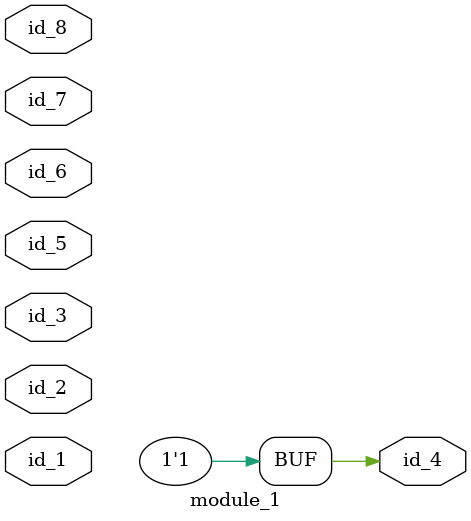
<source format=v>
module module_0;
  parameter id_1 = 1;
  wire id_2;
  assign id_3 = id_2;
endmodule
module module_1 (
    id_1,
    id_2,
    id_3,
    id_4,
    id_5,
    id_6,
    id_7,
    id_8
);
  inout wire id_8;
  inout wire id_7;
  inout wire id_6;
  input wire id_5;
  output wire id_4;
  inout wire id_3;
  input wire id_2;
  input wire id_1;
  wire id_9;
  assign id_7[-1] = -1;
  wire id_10, id_11;
  wire id_12, id_13;
  module_0 modCall_1 ();
  assign id_4 = -1;
endmodule

</source>
